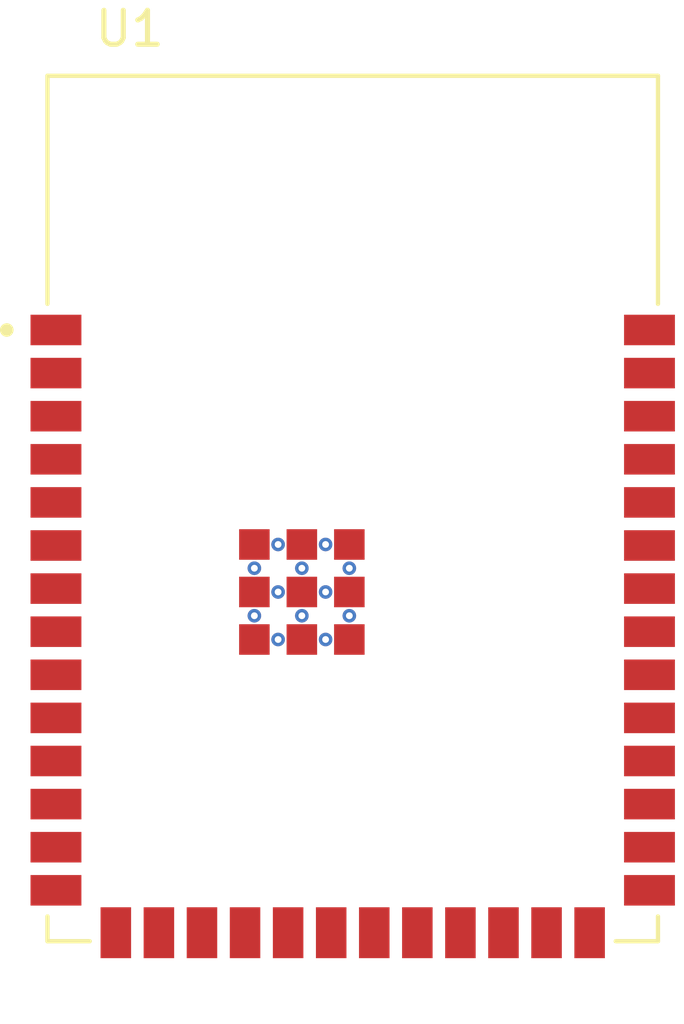
<source format=kicad_pcb>
(kicad_pcb (version 20221018) (generator pcbnew)
  (layers (0 "F.Cu" signal) (31 "B.Cu" signal) (34 "B.Paste" user) (35 "F.Paste" user) (36 "B.SilkS" user "B.Silkscreen") (37 "F.SilkS" user "F.Silkscreen") (38 "B.Mask" user) (39 "F.Mask" user) (44 "Edge.Cuts" user))
  (net 0 "")
  (net 1 "GND")
  (footprint "ESP32-s3-WROOM-module:XCVR_ESP32-S3-WROOM-1-N16R2" (layer "F.Cu") (at 163.15 95.85)
    (fp_text reference "U1" (at -6.575 -14.135) (layer "F.SilkS"))
    (fp_text value "~")
    (fp_line (start -9 -12.75) (end 9 -12.75) (stroke (width 0.127)) (layer "F.SilkS"))
    (fp_line (start -9 -6.03) (end -9 -12.75) (stroke (width 0.127)) (layer "F.SilkS"))
    (fp_line (start -9 12.02) (end -9 12.75) (stroke (width 0.127)) (layer "F.SilkS"))
    (fp_line (start -9 12.75) (end -7.755 12.75) (stroke (width 0.127)) (layer "F.SilkS"))
    (fp_line (start 9 -12.75) (end 9 -6.03) (stroke (width 0.127)) (layer "F.SilkS"))
    (fp_line (start 9 12.02) (end 9 12.75) (stroke (width 0.127)) (layer "F.SilkS"))
    (fp_line (start 9 12.75) (end 7.755 12.75) (stroke (width 0.127)) (layer "F.SilkS"))
    (fp_circle (center -10.2 -5.26) (end -10.1 -5.26) (stroke (width 0.2)) (fill none) (layer "F.SilkS"))
    (pad "1" smd rect (at -8.75 -5.26) (size 1.5 0.9) (layers "F.Cu" "F.Paste" "F.Mask") (net 1 "GND"))
    (pad "2" smd rect (at -8.75 -3.99) (size 1.5 0.9) (layers "F.Cu" "F.Paste" "F.Mask"))
    (pad "3" smd rect (at -8.75 -2.72) (size 1.5 0.9) (layers "F.Cu" "F.Paste" "F.Mask"))
    (pad "4" smd rect (at -8.75 -1.45) (size 1.5 0.9) (layers "F.Cu" "F.Paste" "F.Mask"))
    (pad "5" smd rect (at -8.75 -0.18) (size 1.5 0.9) (layers "F.Cu" "F.Paste" "F.Mask"))
    (pad "6" smd rect (at -8.75 1.09) (size 1.5 0.9) (layers "F.Cu" "F.Paste" "F.Mask"))
    (pad "7" smd rect (at -8.75 2.36) (size 1.5 0.9) (layers "F.Cu" "F.Paste" "F.Mask"))
    (pad "8" smd rect (at -8.75 3.63) (size 1.5 0.9) (layers "F.Cu" "F.Paste" "F.Mask"))
    (pad "9" smd rect (at -8.75 4.9) (size 1.5 0.9) (layers "F.Cu" "F.Paste" "F.Mask"))
    (pad "10" smd rect (at -8.75 6.17) (size 1.5 0.9) (layers "F.Cu" "F.Paste" "F.Mask"))
    (pad "11" smd rect (at -8.75 7.44) (size 1.5 0.9) (layers "F.Cu" "F.Paste" "F.Mask"))
    (pad "12" smd rect (at -8.75 8.71) (size 1.5 0.9) (layers "F.Cu" "F.Paste" "F.Mask"))
    (pad "13" smd rect (at -8.75 9.98) (size 1.5 0.9) (layers "F.Cu" "F.Paste" "F.Mask"))
    (pad "14" smd rect (at -8.75 11.25) (size 1.5 0.9) (layers "F.Cu" "F.Paste" "F.Mask"))
    (pad "15" smd rect (at -6.985 12.5) (size 0.9 1.5) (layers "F.Cu" "F.Paste" "F.Mask"))
    (pad "16" smd rect (at -5.715 12.5) (size 0.9 1.5) (layers "F.Cu" "F.Paste" "F.Mask"))
    (pad "17" smd rect (at -4.445 12.5) (size 0.9 1.5) (layers "F.Cu" "F.Paste" "F.Mask"))
    (pad "18" smd rect (at -3.175 12.5) (size 0.9 1.5) (layers "F.Cu" "F.Paste" "F.Mask"))
    (pad "19" smd rect (at -1.905 12.5) (size 0.9 1.5) (layers "F.Cu" "F.Paste" "F.Mask"))
    (pad "20" smd rect (at -0.635 12.5) (size 0.9 1.5) (layers "F.Cu" "F.Paste" "F.Mask"))
    (pad "21" smd rect (at 0.635 12.5) (size 0.9 1.5) (layers "F.Cu" "F.Paste" "F.Mask"))
    (pad "22" smd rect (at 1.905 12.5) (size 0.9 1.5) (layers "F.Cu" "F.Paste" "F.Mask"))
    (pad "23" smd rect (at 3.175 12.5) (size 0.9 1.5) (layers "F.Cu" "F.Paste" "F.Mask"))
    (pad "24" smd rect (at 4.445 12.5) (size 0.9 1.5) (layers "F.Cu" "F.Paste" "F.Mask"))
    (pad "25" smd rect (at 5.715 12.5) (size 0.9 1.5) (layers "F.Cu" "F.Paste" "F.Mask"))
    (pad "26" smd rect (at 6.985 12.5) (size 0.9 1.5) (layers "F.Cu" "F.Paste" "F.Mask"))
    (pad "27" smd rect (at 8.75 11.25) (size 1.5 0.9) (layers "F.Cu" "F.Paste" "F.Mask"))
    (pad "28" smd rect (at 8.75 9.98) (size 1.5 0.9) (layers "F.Cu" "F.Paste" "F.Mask"))
    (pad "29" smd rect (at 8.75 8.71) (size 1.5 0.9) (layers "F.Cu" "F.Paste" "F.Mask"))
    (pad "30" smd rect (at 8.75 7.44) (size 1.5 0.9) (layers "F.Cu" "F.Paste" "F.Mask"))
    (pad "31" smd rect (at 8.75 6.17) (size 1.5 0.9) (layers "F.Cu" "F.Paste" "F.Mask"))
    (pad "32" smd rect (at 8.75 4.9) (size 1.5 0.9) (layers "F.Cu" "F.Paste" "F.Mask"))
    (pad "33" smd rect (at 8.75 3.63) (size 1.5 0.9) (layers "F.Cu" "F.Paste" "F.Mask"))
    (pad "34" smd rect (at 8.75 2.36) (size 1.5 0.9) (layers "F.Cu" "F.Paste" "F.Mask"))
    (pad "35" smd rect (at 8.75 1.09) (size 1.5 0.9) (layers "F.Cu" "F.Paste" "F.Mask"))
    (pad "36" smd rect (at 8.75 -0.18) (size 1.5 0.9) (layers "F.Cu" "F.Paste" "F.Mask"))
    (pad "37" smd rect (at 8.75 -1.45) (size 1.5 0.9) (layers "F.Cu" "F.Paste" "F.Mask"))
    (pad "38" smd rect (at 8.75 -2.72) (size 1.5 0.9) (layers "F.Cu" "F.Paste" "F.Mask"))
    (pad "39" smd rect (at 8.75 -3.99) (size 1.5 0.9) (layers "F.Cu" "F.Paste" "F.Mask"))
    (pad "40" smd rect (at 8.75 -5.26) (size 1.5 0.9) (layers "F.Cu" "F.Paste" "F.Mask") (net 1 "GND"))
    (pad "41_1" smd rect (at -1.5 2.46) (size 0.9 0.9) (layers "F.Cu" "F.Paste" "F.Mask") (net 1 "GND"))
    (pad "41_2" smd rect (at -2.9 2.46) (size 0.9 0.9) (layers "F.Cu" "F.Paste" "F.Mask") (net 1 "GND"))
    (pad "41_3" smd rect (at -0.1 2.46) (size 0.9 0.9) (layers "F.Cu" "F.Paste" "F.Mask") (net 1 "GND"))
    (pad "41_4" smd rect (at -2.9 3.86) (size 0.9 0.9) (layers "F.Cu" "F.Paste" "F.Mask") (net 1 "GND"))
    (pad "41_5" smd rect (at -1.5 3.86) (size 0.9 0.9) (layers "F.Cu" "F.Paste" "F.Mask") (net 1 "GND"))
    (pad "41_6" smd rect (at -0.1 3.86) (size 0.9 0.9) (layers "F.Cu" "F.Paste" "F.Mask") (net 1 "GND"))
    (pad "41_7" smd rect (at -2.9 1.06) (size 0.9 0.9) (layers "F.Cu" "F.Paste" "F.Mask") (net 1 "GND"))
    (pad "41_8" smd rect (at -1.5 1.06) (size 0.9 0.9) (layers "F.Cu" "F.Paste" "F.Mask") (net 1 "GND"))
    (pad "41_9" smd rect (at -0.1 1.06) (size 0.9 0.9) (layers "F.Cu" "F.Paste" "F.Mask") (net 1 "GND"))
    (pad "41_10" thru_hole circle (at -1.5 1.76) (size 0.4 0.4) (drill 0.2) (layers "*.Cu"))
    (pad "41_11" thru_hole circle (at -2.9 1.76) (size 0.4 0.4) (drill 0.2) (layers "*.Cu"))
    (pad "41_12" thru_hole circle (at -0.1 1.76) (size 0.4 0.4) (drill 0.2) (layers "*.Cu"))
    (pad "41_13" thru_hole circle (at -2.9 3.16) (size 0.4 0.4) (drill 0.2) (layers "*.Cu"))
    (pad "41_14" thru_hole circle (at -1.5 3.16) (size 0.4 0.4) (drill 0.2) (layers "*.Cu"))
    (pad "41_15" thru_hole circle (at -0.1 3.16) (size 0.4 0.4) (drill 0.2) (layers "*.Cu"))
    (pad "41_16" thru_hole circle (at -2.2 1.06) (size 0.4 0.4) (drill 0.2) (layers "*.Cu"))
    (pad "41_17" thru_hole circle (at -0.8 1.06) (size 0.4 0.4) (drill 0.2) (layers "*.Cu"))
    (pad "41_18" thru_hole circle (at -2.2 2.46) (size 0.4 0.4) (drill 0.2) (layers "*.Cu"))
    (pad "41_19" thru_hole circle (at -0.8 2.46) (size 0.4 0.4) (drill 0.2) (layers "*.Cu"))
    (pad "41_20" thru_hole circle (at -2.2 3.86) (size 0.4 0.4) (drill 0.2) (layers "*.Cu"))
    (pad "41_21" thru_hole circle (at -0.8 3.86) (size 0.4 0.4) (drill 0.2) (layers "*.Cu"))
  )
)
</source>
